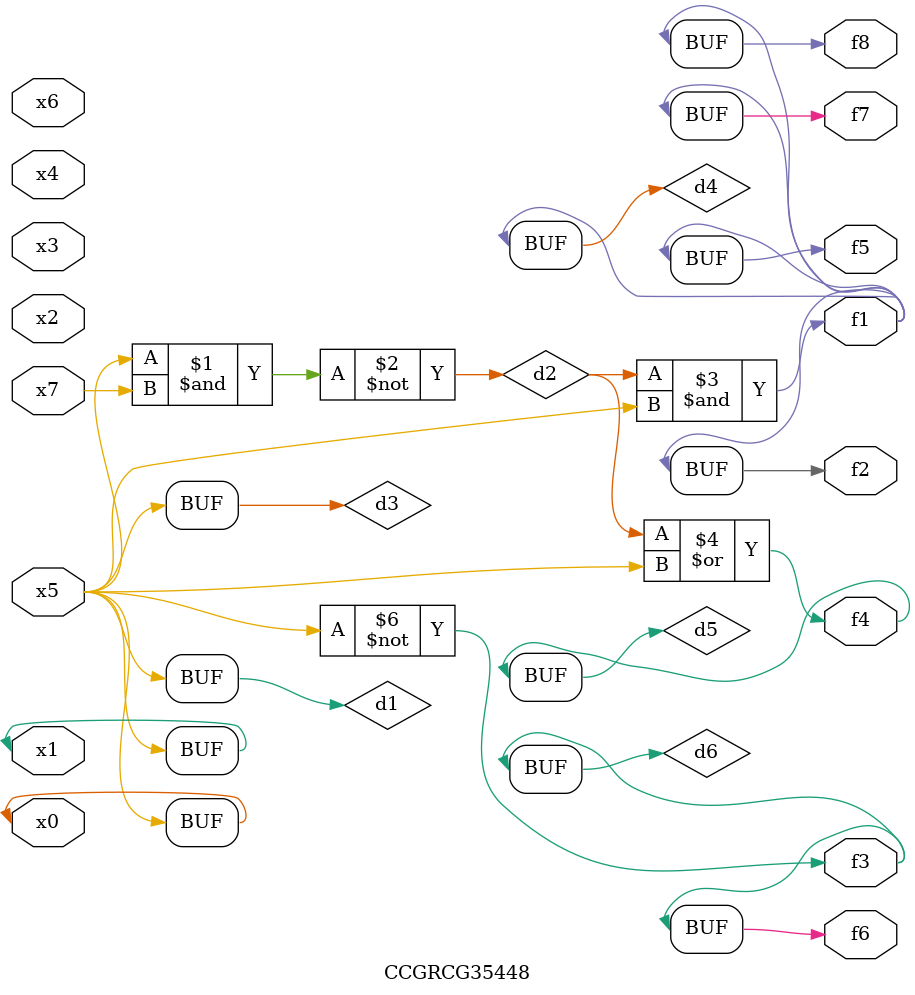
<source format=v>
module CCGRCG35448(
	input x0, x1, x2, x3, x4, x5, x6, x7,
	output f1, f2, f3, f4, f5, f6, f7, f8
);

	wire d1, d2, d3, d4, d5, d6;

	buf (d1, x0, x5);
	nand (d2, x5, x7);
	buf (d3, x0, x1);
	and (d4, d2, d3);
	or (d5, d2, d3);
	nor (d6, d1, d3);
	assign f1 = d4;
	assign f2 = d4;
	assign f3 = d6;
	assign f4 = d5;
	assign f5 = d4;
	assign f6 = d6;
	assign f7 = d4;
	assign f8 = d4;
endmodule

</source>
